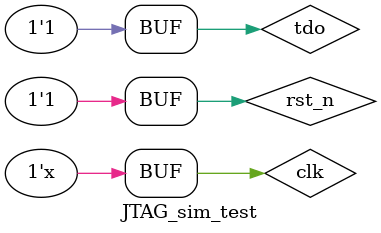
<source format=v>
`timescale 1ns/1ns
module JTAG_sim_test ();



reg clk;
initial clk = 0;
always #20 clk = ~clk;

reg rst_n;
initial begin
    rst_n = 0;
    #10000
    rst_n = 1;
end

wire tck, tms, tdi, tdo;
assign tdo = 1;


JTAG_test_IDCODE_top JTAG_test_IDCODE_top_inst(
    .clk    (clk),
    .rst_n  (rst_n),

    .tck    (tck),
    .tms    (tms),
    .tdi    (tdi),
    .tdo    (tdo)
);

wire GRS_N;
GTP_GRS GRS_INST (
.GRS_N(1'b1)
);
endmodule
</source>
